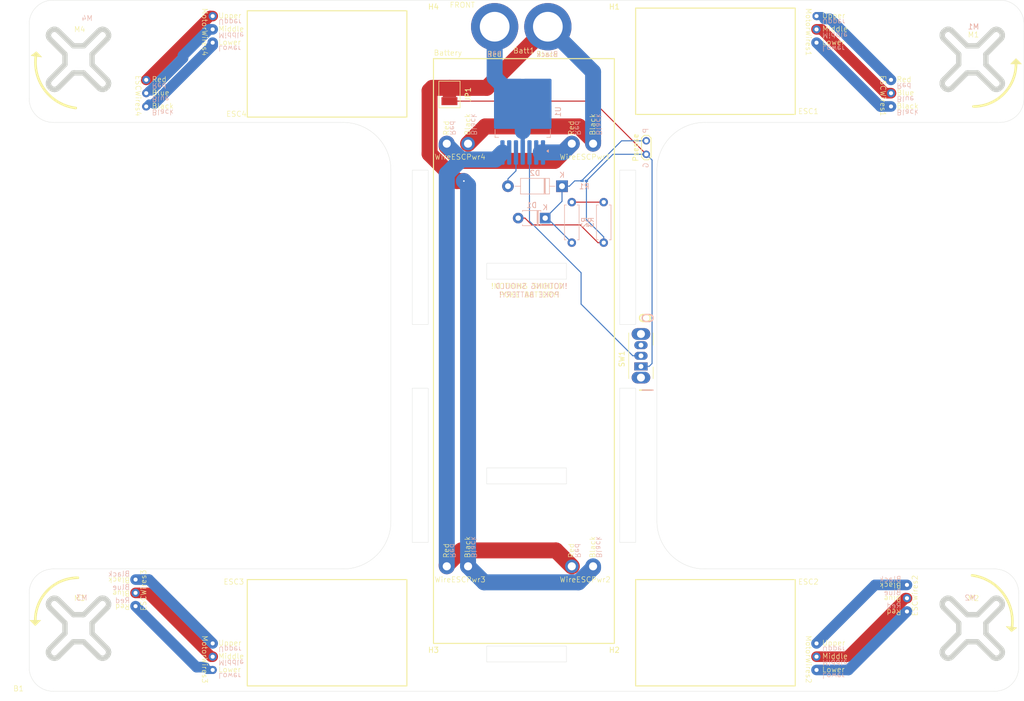
<source format=kicad_pcb>
(kicad_pcb (version 20240108) (generator "pcbnew") (generator_version "8.0")
  (layers (0 "F.Cu" signal) (31 "B.Cu" signal) (34 "B.Paste" user) (35 "F.Paste" user) (36 "B.SilkS" user "B.Silkscreen") (37 "F.SilkS" user "F.Silkscreen") (38 "B.Mask" user) (39 "F.Mask" user) (44 "Edge.Cuts" user))
  (net 0 "")
  (net 1 "/B1")
  (net 2 "/C1")
  (net 3 "/A1")
  (net 4 "/B2")
  (net 5 "/A2")
  (net 6 "/Vcc")
  (net 7 "/Vbb")
  (net 8 "/C2")
  (net 9 "GND")
  (net 10 "Net-(R2-Pad2)")
  (net 12 "/Psense")
  (net 13 "Net-(D2-A)")
  (net 14 "Net-(SW1-B)")
  (net 15 "/C3")
  (net 16 "/A3")
  (net 17 "/B3")
  (net 18 "/C4")
  (net 19 "/A4")
  (net 20 "/B4")
  (net 21 "GNDPWR")
  (footprint "lower-all:WireMotor" (layer "F.Cu") (at 222 28.5 -90)
    (property "Reference" "MotorWires1")
    (property "Value" "~")
  )
  (footprint "lower-all:WireBatt" (layer "F.Cu") (at 166.5 28)
    (property "Reference" "Batt1")
    (property "Value" "~")
  )
  (footprint "lower-all:MotorEdges" (layer "F.Cu") (at 83 141.5)
    (property "Reference" "M3")
    (property "Value" "MotorCutout")
    (fp_line (start -5.390157 -4.85287) (end -5.311519 -4.492849) (stroke (width 1)) (layer "Edge.Cuts"))
    (fp_line (start -5.378981 4.32046) (end -5.255207 4.670397) (stroke (width 1)) (layer "Edge.Cuts"))
    (fp_line (start -5.367704 3.953785) (end -5.378981 4.32046) (stroke (width 1)) (layer "Edge.Cuts"))
    (fp_line (start -5.333972 -5.216217) (end -5.390157 -4.85287) (stroke (width 1)) (layer "Edge.Cuts"))
    (fp_line (start -5.311519 -4.492849) (end -5.097828 -4.176466) (stroke (width 1)) (layer "Edge.Cuts"))
    (fp_line (start -5.255207 4.670397) (end -4.908318 5.060948) (stroke (width 1)) (layer "Edge.Cuts"))
    (fp_line (start -5.221475 3.610554) (end -5.367704 3.953785) (stroke (width 1)) (layer "Edge.Cuts"))
    (fp_line (start -5.142735 -5.54271) (end -5.333972 -5.216217) (stroke (width 1)) (layer "Edge.Cuts"))
    (fp_line (start -5.097828 -4.176466) (end -2.282613 -1.361252) (stroke (width 1)) (layer "Edge.Cuts"))
    (fp_line (start -4.985331 3.347867) (end -5.221475 3.610554) (stroke (width 1)) (layer "Edge.Cuts"))
    (fp_line (start -4.908318 5.060948) (end -4.581902 5.252134) (stroke (width 1)) (layer "Edge.Cuts"))
    (fp_line (start -4.752311 -5.889522) (end -5.142735 -5.54271) (stroke (width 1)) (layer "Edge.Cuts"))
    (fp_line (start -4.581902 5.252134) (end -4.218504 5.30837) (stroke (width 1)) (layer "Edge.Cuts"))
    (fp_line (start -4.402298 -6.013246) (end -4.752311 -5.889522) (stroke (width 1)) (layer "Edge.Cuts"))
    (fp_line (start -4.218504 5.30837) (end -3.858585 5.22963) (stroke (width 1)) (layer "Edge.Cuts"))
    (fp_line (start -4.035572 -6.002019) (end -4.402298 -6.013246) (stroke (width 1)) (layer "Edge.Cuts"))
    (fp_line (start -3.858585 5.22963) (end -3.542202 5.015939) (stroke (width 1)) (layer "Edge.Cuts"))
    (fp_line (start -3.692392 -5.855791) (end -4.035572 -6.002019) (stroke (width 1)) (layer "Edge.Cuts"))
    (fp_line (start -3.542202 5.015939) (end -0.72686 2.200724) (stroke (width 1)) (layer "Edge.Cuts"))
    (fp_line (start -3.429705 -5.619646) (end -3.692392 -5.855791) (stroke (width 1)) (layer "Edge.Cuts"))
    (fp_line (start -2.282613 -1.361252) (end -2.269355 -1.142151) (stroke (width 1)) (layer "Edge.Cuts"))
    (fp_line (start -2.269355 -1.142151) (end -2.269355 0.595924) (stroke (width 1)) (layer "Edge.Cuts"))
    (fp_line (start -2.269355 0.595924) (end -4.985331 3.347867) (stroke (width 1)) (layer "Edge.Cuts"))
    (fp_line (start -0.72686 2.200724) (end -0.507836 2.187516) (stroke (width 1)) (layer "Edge.Cuts"))
    (fp_line (start -0.677762 -2.90367) (end -3.429705 -5.619646) (stroke (width 1)) (layer "Edge.Cuts"))
    (fp_line (start -0.507836 2.187516) (end 1.230239 2.187516) (stroke (width 1)) (layer "Edge.Cuts"))
    (fp_line (start 1.060313 -2.90367) (end -0.677762 -2.90367) (stroke (width 1)) (layer "Edge.Cuts"))
    (fp_line (start 1.230239 2.187516) (end 3.982182 4.903569) (stroke (width 1)) (layer "Edge.Cuts"))
    (fp_line (start 1.279464 -2.916878) (end 1.060313 -2.90367) (stroke (width 1)) (layer "Edge.Cuts"))
    (fp_line (start 2.821832 -1.312001) (end 5.537808 -4.06402) (stroke (width 1)) (layer "Edge.Cuts"))
    (fp_line (start 2.83509 0.645098) (end 2.821832 -1.312001) (stroke (width 1)) (layer "Edge.Cuts"))
    (fp_line (start 3.982182 4.903569) (end 4.244869 5.139637) (stroke (width 1)) (layer "Edge.Cuts"))
    (fp_line (start 4.094679 -5.732092) (end 1.279464 -2.916878) (stroke (width 1)) (layer "Edge.Cuts"))
    (fp_line (start 4.244869 5.139637) (end 4.58805 5.285865) (stroke (width 1)) (layer "Edge.Cuts"))
    (fp_line (start 4.411062 -5.945783) (end 4.094679 -5.732092) (stroke (width 1)) (layer "Edge.Cuts"))
    (fp_line (start 4.58805 5.285865) (end 4.954775 5.297092) (stroke (width 1)) (layer "Edge.Cuts"))
    (fp_line (start 4.770981 -6.024523) (end 4.411062 -5.945783) (stroke (width 1)) (layer "Edge.Cuts"))
    (fp_line (start 4.954775 5.297092) (end 5.304788 5.173445) (stroke (width 1)) (layer "Edge.Cuts"))
    (fp_line (start 5.134379 -5.968288) (end 4.770981 -6.024523) (stroke (width 1)) (layer "Edge.Cuts"))
    (fp_line (start 5.304788 5.173445) (end 5.695212 4.826556) (stroke (width 1)) (layer "Edge.Cuts"))
    (fp_line (start 5.460795 -5.777101) (end 5.134379 -5.968288) (stroke (width 1)) (layer "Edge.Cuts"))
    (fp_line (start 5.537808 -4.06402) (end 5.773953 -4.326708) (stroke (width 1)) (layer "Edge.Cuts"))
    (fp_line (start 5.650305 3.460313) (end 2.83509 0.645098) (stroke (width 1)) (layer "Edge.Cuts"))
    (fp_line (start 5.695212 4.826556) (end 5.886449 4.500064) (stroke (width 1)) (layer "Edge.Cuts"))
    (fp_line (start 5.773953 -4.326708) (end 5.920181 -4.669888) (stroke (width 1)) (layer "Edge.Cuts"))
    (fp_line (start 5.807684 -5.38655) (end 5.460795 -5.777101) (stroke (width 1)) (layer "Edge.Cuts"))
    (fp_line (start 5.863996 3.776696) (end 5.650305 3.460313) (stroke (width 1)) (layer "Edge.Cuts"))
    (fp_line (start 5.886449 4.500064) (end 5.942634 4.136716) (stroke (width 1)) (layer "Edge.Cuts"))
    (fp_line (start 5.920181 -4.669888) (end 5.931458 -5.036614) (stroke (width 1)) (layer "Edge.Cuts"))
    (fp_line (start 5.931458 -5.036614) (end 5.807684 -5.38655) (stroke (width 1)) (layer "Edge.Cuts"))
    (fp_line (start 5.942634 4.136716) (end 5.863996 3.776696) (stroke (width 1)) (layer "Edge.Cuts"))
  )
  (footprint "Button_Switch_THT:SW_Slide_SPDT_Angled_CK_OS102011MA1Q" (layer "F.Cu") (at 189 91.9 90)
    (property "Reference" "SW1")
    (property "Value" "SW_SPDT")
  )
  (footprint "lower-all:WireESCPwr" (layer "F.Cu") (at 178 129.5)
    (property "Reference" "WireESCPwr2")
    (property "Value" "~")
  )
  (footprint "MountingHole:MountingHole_3.2mm_M3_ISO14580" (layer "F.Cu") (at 150 149)
    (property "Reference" "H3")
    (property "Value" "MountingHole" (hide yes))
  )
  (footprint "MountingHole:MountingHole_3.2mm_M3_ISO14580" (layer "F.Cu") (at 150 28)
    (property "Reference" "H4")
    (property "Value" "MountingHole" (hide yes))
  )
  (footprint "lower-all:MotorEdges" (layer "F.Cu") (at 251 34.5)
    (property "Reference" "M1")
    (property "Value" "MotorCutout")
    (fp_line (start -5.390157 -4.85287) (end -5.311519 -4.492849) (stroke (width 1)) (layer "Edge.Cuts"))
    (fp_line (start -5.378981 4.32046) (end -5.255207 4.670397) (stroke (width 1)) (layer "Edge.Cuts"))
    (fp_line (start -5.367704 3.953785) (end -5.378981 4.32046) (stroke (width 1)) (layer "Edge.Cuts"))
    (fp_line (start -5.333972 -5.216217) (end -5.390157 -4.85287) (stroke (width 1)) (layer "Edge.Cuts"))
    (fp_line (start -5.311519 -4.492849) (end -5.097828 -4.176466) (stroke (width 1)) (layer "Edge.Cuts"))
    (fp_line (start -5.255207 4.670397) (end -4.908318 5.060948) (stroke (width 1)) (layer "Edge.Cuts"))
    (fp_line (start -5.221475 3.610554) (end -5.367704 3.953785) (stroke (width 1)) (layer "Edge.Cuts"))
    (fp_line (start -5.142735 -5.54271) (end -5.333972 -5.216217) (stroke (width 1)) (layer "Edge.Cuts"))
    (fp_line (start -5.097828 -4.176466) (end -2.282613 -1.361252) (stroke (width 1)) (layer "Edge.Cuts"))
    (fp_line (start -4.985331 3.347867) (end -5.221475 3.610554) (stroke (width 1)) (layer "Edge.Cuts"))
    (fp_line (start -4.908318 5.060948) (end -4.581902 5.252134) (stroke (width 1)) (layer "Edge.Cuts"))
    (fp_line (start -4.752311 -5.889522) (end -5.142735 -5.54271) (stroke (width 1)) (layer "Edge.Cuts"))
    (fp_line (start -4.581902 5.252134) (end -4.218504 5.30837) (stroke (width 1)) (layer "Edge.Cuts"))
    (fp_line (start -4.402298 -6.013246) (end -4.752311 -5.889522) (stroke (width 1)) (layer "Edge.Cuts"))
    (fp_line (start -4.218504 5.30837) (end -3.858585 5.22963) (stroke (width 1)) (layer "Edge.Cuts"))
    (fp_line (start -4.035572 -6.002019) (end -4.402298 -6.013246) (stroke (width 1)) (layer "Edge.Cuts"))
    (fp_line (start -3.858585 5.22963) (end -3.542202 5.015939) (stroke (width 1)) (layer "Edge.Cuts"))
    (fp_line (start -3.692392 -5.855791) (end -4.035572 -6.002019) (stroke (width 1)) (layer "Edge.Cuts"))
    (fp_line (start -3.542202 5.015939) (end -0.72686 2.200724) (stroke (width 1)) (layer "Edge.Cuts"))
    (fp_line (start -3.429705 -5.619646) (end -3.692392 -5.855791) (stroke (width 1)) (layer "Edge.Cuts"))
    (fp_line (start -2.282613 -1.361252) (end -2.269355 -1.142151) (stroke (width 1)) (layer "Edge.Cuts"))
    (fp_line (start -2.269355 -1.142151) (end -2.269355 0.595924) (stroke (width 1)) (layer "Edge.Cuts"))
    (fp_line (start -2.269355 0.595924) (end -4.985331 3.347867) (stroke (width 1)) (layer "Edge.Cuts"))
    (fp_line (start -0.72686 2.200724) (end -0.507836 2.187516) (stroke (width 1)) (layer "Edge.Cuts"))
    (fp_line (start -0.677762 -2.90367) (end -3.429705 -5.619646) (stroke (width 1)) (layer "Edge.Cuts"))
    (fp_line (start -0.507836 2.187516) (end 1.230239 2.187516) (stroke (width 1)) (layer "Edge.Cuts"))
    (fp_line (start 1.060313 -2.90367) (end -0.677762 -2.90367) (stroke (width 1)) (layer "Edge.Cuts"))
    (fp_line (start 1.230239 2.187516) (end 3.982182 4.903569) (stroke (width 1)) (layer "Edge.Cuts"))
    (fp_line (start 1.279464 -2.916878) (end 1.060313 -2.90367) (stroke (width 1)) (layer "Edge.Cuts"))
    (fp_line (start 2.821832 -1.312001) (end 5.537808 -4.06402) (stroke (width 1)) (layer "Edge.Cuts"))
    (fp_line (start 2.83509 0.645098) (end 2.821832 -1.312001) (stroke (width 1)) (layer "Edge.Cuts"))
    (fp_line (start 3.982182 4.903569) (end 4.244869 5.139637) (stroke (width 1)) (layer "Edge.Cuts"))
    (fp_line (start 4.094679 -5.732092) (end 1.279464 -2.916878) (stroke (width 1)) (layer "Edge.Cuts"))
    (fp_line (start 4.244869 5.139637) (end 4.58805 5.285865) (stroke (width 1)) (layer "Edge.Cuts"))
    (fp_line (start 4.411062 -5.945783) (end 4.094679 -5.732092) (stroke (width 1)) (layer "Edge.Cuts"))
    (fp_line (start 4.58805 5.285865) (end 4.954775 5.297092) (stroke (width 1)) (layer "Edge.Cuts"))
    (fp_line (start 4.770981 -6.024523) (end 4.411062 -5.945783) (stroke (width 1)) (layer "Edge.Cuts"))
    (fp_line (start 4.954775 5.297092) (end 5.304788 5.173445) (stroke (width 1)) (layer "Edge.Cuts"))
    (fp_line (start 5.134379 -5.968288) (end 4.770981 -6.024523) (stroke (width 1)) (layer "Edge.Cuts"))
    (fp_line (start 5.304788 5.173445) (end 5.695212 4.826556) (stroke (width 1)) (layer "Edge.Cuts"))
    (fp_line (start 5.460795 -5.777101) (end 5.134379 -5.968288) (stroke (width 1)) (layer "Edge.Cuts"))
    (fp_line (start 5.537808 -4.06402) (end 5.773953 -4.326708) (stroke (width 1)) (layer "Edge.Cuts"))
    (fp_line (start 5.650305 3.460313) (end 2.83509 0.645098) (stroke (width 1)) (layer "Edge.Cuts"))
    (fp_line (start 5.695212 4.826556) (end 5.886449 4.500064) (stroke (width 1)) (layer "Edge.Cuts"))
    (fp_line (start 5.773953 -4.326708) (end 5.920181 -4.669888) (stroke (width 1)) (layer "Edge.Cuts"))
    (fp_line (start 5.807684 -5.38655) (end 5.460795 -5.777101) (stroke (width 1)) (layer "Edge.Cuts"))
    (fp_line (start 5.863996 3.776696) (end 5.650305 3.460313) (stroke (width 1)) (layer "Edge.Cuts"))
    (fp_line (start 5.886449 4.500064) (end 5.942634 4.136716) (stroke (width 1)) (layer "Edge.Cuts"))
    (fp_line (start 5.920181 -4.669888) (end 5.931458 -5.036614) (stroke (width 1)) (layer "Edge.Cuts"))
    (fp_line (start 5.931458 -5.036614) (end 5.807684 -5.38655) (stroke (width 1)) (layer "Edge.Cuts"))
    (fp_line (start 5.942634 4.136716) (end 5.863996 3.776696) (stroke (width 1)) (layer "Edge.Cuts"))
  )
  (footprint "lower-all:WireESCPwr" (layer "F.Cu") (at 154.5 50)
    (property "Reference" "WireESCPwr4")
    (property "Value" "~")
  )
  (footprint "lower-all:MotorEdges" (layer "F.Cu") (at 251 141.5)
    (property "Reference" "M2")
    (property "Value" "MotorCutout")
    (fp_line (start -5.390157 -4.85287) (end -5.311519 -4.492849) (stroke (width 1)) (layer "Edge.Cuts"))
    (fp_line (start -5.378981 4.32046) (end -5.255207 4.670397) (stroke (width 1)) (layer "Edge.Cuts"))
    (fp_line (start -5.367704 3.953785) (end -5.378981 4.32046) (stroke (width 1)) (layer "Edge.Cuts"))
    (fp_line (start -5.333972 -5.216217) (end -5.390157 -4.85287) (stroke (width 1)) (layer "Edge.Cuts"))
    (fp_line (start -5.311519 -4.492849) (end -5.097828 -4.176466) (stroke (width 1)) (layer "Edge.Cuts"))
    (fp_line (start -5.255207 4.670397) (end -4.908318 5.060948) (stroke (width 1)) (layer "Edge.Cuts"))
    (fp_line (start -5.221475 3.610554) (end -5.367704 3.953785) (stroke (width 1)) (layer "Edge.Cuts"))
    (fp_line (start -5.142735 -5.54271) (end -5.333972 -5.216217) (stroke (width 1)) (layer "Edge.Cuts"))
    (fp_line (start -5.097828 -4.176466) (end -2.282613 -1.361252) (stroke (width 1)) (layer "Edge.Cuts"))
    (fp_line (start -4.985331 3.347867) (end -5.221475 3.610554) (stroke (width 1)) (layer "Edge.Cuts"))
    (fp_line (start -4.908318 5.060948) (end -4.581902 5.252134) (stroke (width 1)) (layer "Edge.Cuts"))
    (fp_line (start -4.752311 -5.889522) (end -5.142735 -5.54271) (stroke (width 1)) (layer "Edge.Cuts"))
    (fp_line (start -4.581902 5.252134) (end -4.218504 5.30837) (stroke (width 1)) (layer "Edge.Cuts"))
    (fp_line (start -4.402298 -6.013246) (end -4.752311 -5.889522) (stroke (width 1)) (layer "Edge.Cuts"))
    (fp_line (start -4.218504 5.30837) (end -3.858585 5.22963) (stroke (width 1)) (layer "Edge.Cuts"))
    (fp_line (start -4.035572 -6.002019) (end -4.402298 -6.013246) (stroke (width 1)) (layer "Edge.Cuts"))
    (fp_line (start -3.858585 5.22963) (end -3.542202 5.015939) (stroke (width 1)) (layer "Edge.Cuts"))
    (fp_line (start -3.692392 -5.855791) (end -4.035572 -6.002019) (stroke (width 1)) (layer "Edge.Cuts"))
    (fp_line (start -3.542202 5.015939) (end -0.72686 2.200724) (stroke (width 1)) (layer "Edge.Cuts"))
    (fp_line (start -3.429705 -5.619646) (end -3.692392 -5.855791) (stroke (width 1)) (layer "Edge.Cuts"))
    (fp_line (start -2.282613 -1.361252) (end -2.269355 -1.142151) (stroke (width 1)) (layer "Edge.Cuts"))
    (fp_line (start -2.269355 -1.142151) (end -2.269355 0.595924) (stroke (width 1)) (layer "Edge.Cuts"))
    (fp_line (start -2.269355 0.595924) (end -4.985331 3.347867) (stroke (width 1)) (layer "Edge.Cuts"))
    (fp_line (start -0.72686 2.200724) (end -0.507836 2.187516) (stroke (width 1)) (layer "Edge.Cuts"))
    (fp_line (start -0.677762 -2.90367) (end -3.429705 -5.619646) (stroke (width 1)) (layer "Edge.Cuts"))
    (fp_line (start -0.507836 2.187516) (end 1.230239 2.187516) (stroke (width 1)) (layer "Edge.Cuts"))
    (fp_line (start 1.060313 -2.90367) (end -0.677762 -2.90367) (stroke (width 1)) (layer "Edge.Cuts"))
    (fp_line (start 1.230239 2.187516) (end 3.982182 4.903569) (stroke (width 1)) (layer "Edge.Cuts"))
    (fp_line (start 1.279464 -2.916878) (end 1.060313 -2.90367) (stroke (width 1)) (layer "Edge.Cuts"))
    (fp_line (start 2.821832 -1.312001) (end 5.537808 -4.06402) (stroke (width 1)) (layer "Edge.Cuts"))
    (fp_line (start 2.83509 0.645098) (end 2.821832 -1.312001) (stroke (width 1)) (layer "Edge.Cuts"))
    (fp_line (start 3.982182 4.903569) (end 4.244869 5.139637) (stroke (width 1)) (layer "Edge.Cuts"))
    (fp_line (start 4.094679 -5.732092) (end 1.279464 -2.916878) (stroke (width 1)) (layer "Edge.Cuts"))
    (fp_line (start 4.244869 5.139637) (end 4.58805 5.285865) (stroke (width 1)) (layer "Edge.Cuts"))
    (fp_line (start 4.411062 -5.945783) (end 4.094679 -5.732092) (stroke (width 1)) (layer "Edge.Cuts"))
    (fp_line (start 4.58805 5.285865) (end 4.954775 5.297092) (stroke (width 1)) (layer "Edge.Cuts"))
    (fp_line (start 4.770981 -6.024523) (end 4.411062 -5.945783) (stroke (width 1)) (layer "Edge.Cuts"))
    (fp_line (start 4.954775 5.297092) (end 5.304788 5.173445) (stroke (width 1)) (layer "Edge.Cuts"))
    (fp_line (start 5.134379 -5.968288) (end 4.770981 -6.024523) (stroke (width 1)) (layer "Edge.Cuts"))
    (fp_line (start 5.304788 5.173445) (end 5.695212 4.826556) (stroke (width 1)) (layer "Edge.Cuts"))
    (fp_line (start 5.460795 -5.777101) (end 5.134379 -5.968288) (stroke (width 1)) (layer "Edge.Cuts"))
    (fp_line (start 5.537808 -4.06402) (end 5.773953 -4.326708) (stroke (width 1)) (layer "Edge.Cuts"))
    (fp_line (start 5.650305 3.460313) (end 2.83509 0.645098) (stroke (width 1)) (layer "Edge.Cuts"))
    (fp_line (start 5.695212 4.826556) (end 5.886449 4.500064) (stroke (width 1)) (layer "Edge.Cuts"))
    (fp_line (start 5.773953 -4.326708) (end 5.920181 -4.669888) (stroke (width 1)) (layer "Edge.Cuts"))
    (fp_line (start 5.807684 -5.38655) (end 5.460795 -5.777101) (stroke (width 1)) (layer "Edge.Cuts"))
    (fp_line (start 5.863996 3.776696) (end 5.650305 3.460313) (stroke (width 1)) (layer "Edge.Cuts"))
    (fp_line (start 5.886449 4.500064) (end 5.942634 4.136716) (stroke (width 1)) (layer "Edge.Cuts"))
    (fp_line (start 5.920181 -4.669888) (end 5.931458 -5.036614) (stroke (width 1)) (layer "Edge.Cuts"))
    (fp_line (start 5.931458 -5.036614) (end 5.807684 -5.38655) (stroke (width 1)) (layer "Edge.Cuts"))
    (fp_line (start 5.942634 4.136716) (end 5.863996 3.776696) (stroke (width 1)) (layer "Edge.Cuts"))
  )
  (footprint "MountingHole:MountingHole_3.2mm_M3_ISO14580" (layer "F.Cu") (at 184 28)
    (property "Reference" "H1")
    (property "Value" "MountingHole" (hide yes))
  )
  (footprint "lower-all:WireESCPwr" (layer "F.Cu") (at 154.5 129.5)
    (property "Reference" "WireESCPwr3")
    (property "Value" "~")
  )
  (footprint "lower-all:WireESCPwr" (layer "F.Cu") (at 178 50)
    (property "Reference" "WireESCPwr1")
    (property "Value" "~")
  )
  (footprint "lower-all:SolderJumperLarge" (layer "F.Cu") (at 153 40.75 -90)
    (property "Reference" "JP1")
    (property "Value" "Jumper_2_Bridged" (hide yes))
  )
  (footprint "lower-all:WireESC" (layer "F.Cu") (at 96 40.5 -90)
    (property "Reference" "ESCWires4")
    (property "Value" "~")
  )
  (footprint "lower-all:WireMotor" (layer "F.Cu") (at 222 146.5 -90)
    (property "Reference" "MotorWires2")
    (property "Value" "~")
  )
  (footprint "lower-all:WireMotor" (layer "F.Cu") (at 108.5 146.5 -90)
    (property "Reference" "MotorWires3")
    (property "Value" "~")
  )
  (footprint "lower-all:MotorEdges" (layer "F.Cu") (at 83 34.5)
    (property "Reference" "M4")
    (property "Value" "MotorCutout")
    (fp_line (start -5.390157 -4.85287) (end -5.311519 -4.492849) (stroke (width 1)) (layer "Edge.Cuts"))
    (fp_line (start -5.378981 4.32046) (end -5.255207 4.670397) (stroke (width 1)) (layer "Edge.Cuts"))
    (fp_line (start -5.367704 3.953785) (end -5.378981 4.32046) (stroke (width 1)) (layer "Edge.Cuts"))
    (fp_line (start -5.333972 -5.216217) (end -5.390157 -4.85287) (stroke (width 1)) (layer "Edge.Cuts"))
    (fp_line (start -5.311519 -4.492849) (end -5.097828 -4.176466) (stroke (width 1)) (layer "Edge.Cuts"))
    (fp_line (start -5.255207 4.670397) (end -4.908318 5.060948) (stroke (width 1)) (layer "Edge.Cuts"))
    (fp_line (start -5.221475 3.610554) (end -5.367704 3.953785) (stroke (width 1)) (layer "Edge.Cuts"))
    (fp_line (start -5.142735 -5.54271) (end -5.333972 -5.216217) (stroke (width 1)) (layer "Edge.Cuts"))
    (fp_line (start -5.097828 -4.176466) (end -2.282613 -1.361252) (stroke (width 1)) (layer "Edge.Cuts"))
    (fp_line (start -4.985331 3.347867) (end -5.221475 3.610554) (stroke (width 1)) (layer "Edge.Cuts"))
    (fp_line (start -4.908318 5.060948) (end -4.581902 5.252134) (stroke (width 1)) (layer "Edge.Cuts"))
    (fp_line (start -4.752311 -5.889522) (end -5.142735 -5.54271) (stroke (width 1)) (layer "Edge.Cuts"))
    (fp_line (start -4.581902 5.252134) (end -4.218504 5.30837) (stroke (width 1)) (layer "Edge.Cuts"))
    (fp_line (start -4.402298 -6.013246) (end -4.752311 -5.889522) (stroke (width 1)) (layer "Edge.Cuts"))
    (fp_line (start -4.218504 5.30837) (end -3.858585 5.22963) (stroke (width 1)) (layer "Edge.Cuts"))
    (fp_line (start -4.035572 -6.002019) (end -4.402298 -6.013246) (stroke (width 1)) (layer "Edge.Cuts"))
    (fp_line (start -3.858585 5.22963) (end -3.542202 5.015939) (stroke (width 1)) (layer "Edge.Cuts"))
    (fp_line (start -3.692392 -5.855791) (end -4.035572 -6.002019) (stroke (width 1)) (layer "Edge.Cuts"))
    (fp_line (start -3.542202 5.015939) (end -0.72686 2.200724) (stroke (width 1)) (layer "Edge.Cuts"))
    (fp_line (start -3.429705 -5.619646) (end -3.692392 -5.855791) (stroke (width 1)) (layer "Edge.Cuts"))
    (fp_line (start -2.282613 -1.361252) (end -2.269355 -1.142151) (stroke (width 1)) (layer "Edge.Cuts"))
    (fp_line (start -2.269355 -1.142151) (end -2.269355 0.595924) (stroke (width 1)) (layer "Edge.Cuts"))
    (fp_line (start -2.269355 0.595924) (end -4.985331 3.347867) (stroke (width 1)) (layer "Edge.Cuts"))
    (fp_line (start -0.72686 2.200724) (end -0.507836 2.187516) (stroke (width 1)) (layer "Edge.Cuts"))
    (fp_line (start -0.677762 -2.90367) (end -3.429705 -5.619646) (stroke (width 1)) (layer "Edge.Cuts"))
    (fp_line (start -0.507836 2.187516) (end 1.230239 2.187516) (stroke (width 1)) (layer "Edge.Cuts"))
    (fp_line (start 1.060313 -2.90367) (end -0.677762 -2.90367) (stroke (width 1)) (layer "Edge.Cuts"))
    (fp_line (start 1.230239 2.187516) (end 3.982182 4.903569) (stroke (width 1)) (layer "Edge.Cuts"))
    (fp_line (start 1.279464 -2.916878) (end 1.060313 -2.90367) (stroke (width 1)) (layer "Edge.Cuts"))
    (fp_line (start 2.821832 -1.312001) (end 5.537808 -4.06402) (stroke (width 1)) (layer "Edge.Cuts"))
    (fp_line (start 2.83509 0.645098) (end 2.821832 -1.312001) (stroke (width 1)) (layer "Edge.Cuts"))
    (fp_line (start 3.982182 4.903569) (end 4.244869 5.139637) (stroke (width 1)) (layer "Edge.Cuts"))
    (fp_line (start 4.094679 -5.732092) (end 1.279464 -2.916878) (stroke (width 1)) (layer "Edge.Cuts"))
    (fp_line (start 4.244869 5.139637) (end 4.58805 5.285865) (stroke (width 1)) (layer "Edge.Cuts"))
    (fp_line (start 4.411062 -5.945783) (end 4.094679 -5.732092) (stroke (width 1)) (layer "Edge.Cuts"))
    (fp_line (start 4.58805 5.285865) (end 4.954775 5.297092) (stroke (width 1)) (layer "Edge.Cuts"))
    (fp_line (start 4.770981 -6.024523) (end 4.411062 -5.945783) (stroke (width 1)) (layer "Edge.Cuts"))
    (fp_line (start 4.954775 5.297092) (end 5.304788 5.173445) (stroke (width 1)) (layer "Edge.Cuts"))
    (fp_line (start 5.134379 -5.968288) (end 4.770981 -6.024523) (stroke (width 1)) (layer "Edge.Cuts"))
    (fp_line (start 5.304788 5.173445) (end 5.695212 4.826556) (stroke (width 1)) (layer "Edge.Cuts"))
    (fp_line (start 5.460795 -5.777101) (end 5.134379 -5.968288) (stroke (width 1)) (layer "Edge.Cuts"))
    (fp_line (start 5.537808 -4.06402) (end 5.773953 -4.326708) (stroke (width 1)) (layer "Edge.Cuts"))
    (fp_line (start 5.650305 3.460313) (end 2.83509 0.645098) (stroke (width 1)) (layer "Edge.Cuts"))
    (fp_line (start 5.695212 4.826556) (end 5.886449 4.500064) (stroke (width 1)) (layer "Edge.Cuts"))
    (fp_line (start 5.773953 -4.326708) (end 5.920181 -4.669888) (stroke (width 1)) (layer "Edge.Cuts"))
    (fp_line (start 5.807684 -5.38655) (end 5.460795 -5.777101) (stroke (width 1)) (layer "Edge.Cuts"))
    (fp_line (start 5.863996 3.776696) (end 5.650305 3.460313) (stroke (width 1)) (layer "Edge.Cuts"))
    (fp_line (start 5.886449 4.500064) (end 5.942634 4.136716) (stroke (width 1)) (layer "Edge.Cuts"))
    (fp_line (start 5.920181 -4.669888) (end 5.931458 -5.036614) (stroke (width 1)) (layer "Edge.Cuts"))
    (fp_line (start 5.931458 -5.036614) (end 5.807684 -5.38655) (stroke (width 1)) (layer "Edge.Cuts"))
    (fp_line (start 5.942634 4.136716) (end 5.863996 3.776696) (stroke (width 1)) (layer "Edge.Cuts"))
  )
  (footprint "lower-all:WireESC" (layer "F.Cu") (at 94 134.5 90)
    (property "Reference" "ESCWires3")
    (property "Value" "~")
  )
  (footprint "lower-all:board-outline-test" (layer "F.Cu") (at 73.9531 153)
    (property "Reference" "B1")
    (property "Value" "board-outline")
  )
  (footprint "MountingHole:MountingHole_3.2mm_M3_ISO14580" (layer "F.Cu") (at 184 149)
    (property "Reference" "H2")
    (property "Value" "MountingHole" (hide yes))
  )
  (footprint "lower-all:WireESC" (layer "F.Cu") (at 236 40.5 -90)
    (property "Reference" "ESCWires1")
    (property "Value" "~")
  )
  (footprint "TestPoint:TestPoint_2Pads_Pitch2.54mm_Drill0.8mm" (layer "F.Cu") (at 190 49.46 -90)
    (property "Reference" "TP1" (hide yes))
    (property "Value" "Psense")
  )
  (footprint "lower-all:WireESC" (layer "F.Cu") (at 239 135.5 90)
    (property "Reference" "ESCWires2")
    (property "Value" "~")
  )
  (footprint "lower-all:WireMotor" (layer "F.Cu") (at 108.5 28.5 -90)
    (property "Reference" "MotorWires4")
    (property "Value" "~")
  )
  (footprint "Resistor_SMD:R_0201_0603Metric_Pad0.64x0.40mm_HandSolder" (layer "B.Cu") (at 178.3425 57)
    (property "Reference" "R1")
    (property "Value" "510")
  )
  (footprint "Resistor_THT:R_Axial_DIN0207_L6.3mm_D2.5mm_P7.62mm_Horizontal" (layer "B.Cu") (at 176 68.62 90)
    (property "Reference" "R2")
    (property "Value" "33")
  )
  (footprint "Package_TO_SOT_SMD:TO-263-7_TabPin4" (layer "B.Cu") (at 166.775 44 90)
    (property "Reference" "U1")
    (property "Value" "BTS50080-1TMA")
  )
  (footprint "Resistor_THT:R_Axial_DIN0207_L6.3mm_D2.5mm_P7.62mm_Horizontal" (layer "B.Cu") (at 182 61 -90)
    (property "Reference" "R3")
    (property "Value" "470")
  )
  (footprint "Diode_THT:D_T-1_P5.08mm_Horizontal" (layer "B.Cu") (at 171 64 180)
    (property "Reference" "D1")
    (property "Value" "2.7V")
  )
  (footprint "Diode_THT:D_DO-41_SOD81_P10.16mm_Horizontal" (layer "B.Cu") (at 174.16 58 180)
    (property "Reference" "D2")
    (property "Value" "1N4007")
  )
  (gr_rect (start 188 132) (end 218 152) (stroke (width 0.2)) (fill none) (layer "F.SilkS"))
  (gr_arc (start 75.156854 139.656854) (mid 77.499999 133.999999) (end 83.156854 131.656854) (stroke (width 0.5)) (layer "F.SilkS"))
  (gr_poly (pts (xy 74.353997 33.446051) (xy 76.353997 33.696051) (xy 75.353997 32.696051)) (stroke (width 0.1)) (fill solid) (layer "F.SilkS"))
  (gr_poly (pts (xy 258.5 35) (xy 260.5 35) (xy 259.5 34)) (stroke (width 0.1)) (fill solid) (layer "F.SilkS"))
  (gr_poly (pts (xy 76.156854 139.656854) (xy 74.156854 139.656854) (xy 75.156854 140.656854)) (stroke (width 0.1)) (fill solid) (layer "F.SilkS"))
  (gr_rect (start 115 132) (end 145 152) (stroke (width 0.2)) (fill none) (layer "F.SilkS"))
  (gr_rect (start 115 25) (end 145 45) (stroke (width 0.2)) (fill none) (layer "F.SilkS"))
  (gr_arc (start 251.242052 131.206983) (mid 257.000019 134.499998) (end 258.742969 140.899998) (stroke (width 0.5)) (layer "F.SilkS"))
  (gr_arc (start 82.757948 43.293017) (mid 76.999999 40) (end 75.257031 33.600002) (stroke (width 0.5)) (layer "F.SilkS"))
  (gr_rect (start 150 34) (end 184 144) (stroke (width 0.2)) (fill none) (layer "F.SilkS"))
  (gr_arc (start 259.5 35) (mid 257.156854 40.656854) (end 251.5 43) (stroke (width 0.5)) (layer "F.SilkS"))
  (gr_rect (start 188 24.5) (end 218 44.5) (stroke (width 0.2)) (fill none) (layer "F.SilkS"))
  (gr_poly (pts (xy 259.646003 141.053949) (xy 257.646003 140.803949) (xy 258.646003 141.803949)) (stroke (width 0.1)) (fill solid) (layer "F.SilkS"))
  (gr_arc (start 260 148.5) (mid 258.681981 151.681981) (end 255.5 153) (stroke (width 0.05)) (layer "Edge.Cuts"))
  (gr_line (start 255.5 153) (end 78.5 153) (stroke (width 0.05)) (layer "Edge.Cuts"))
  (gr_line (start 142 121) (end 142 55) (stroke (width 0.05)) (layer "Edge.Cuts"))
  (gr_arc (start 142 121) (mid 139.363961 127.363961) (end 133 130) (stroke (width 0.05)) (layer "Edge.Cuts"))
  (gr_arc (start 133 46) (mid 139.363961 48.636039) (end 142 55) (stroke (width 0.05)) (layer "Edge.Cuts"))
  (gr_arc (start 192 55) (mid 194.636039 48.636039) (end 201 46) (stroke (width 0.05)) (layer "Edge.Cuts"))
  (gr_rect (start 160 144.5) (end 175 147.5) (stroke (width 0.05)) (fill none) (layer "Edge.Cuts"))
  (gr_arc (start 201 130) (mid 194.636039 127.363961) (end 192 121) (stroke (width 0.05)) (layer "Edge.Cuts"))
  (gr_line (start 256.5 46) (end 201 46) (stroke (width 0.05)) (layer "Edge.Cuts"))
  (gr_arc (start 74 27.5) (mid 75.318019 24.318019) (end 78.5 23) (stroke (width 0.05)) (layer "Edge.Cuts"))
  (gr_rect (start 185 55) (end 188 84) (stroke (width 0.05)) (fill none) (layer "Edge.Cuts"))
  (gr_line (start 260 134.5) (end 260 148.5) (stroke (width 0.05)) (layer "Edge.Cuts"))
  (gr_rect (start 185 96) (end 188 125) (stroke (width 0.05)) (fill none) (layer "Edge.Cuts"))
  (gr_line (start 74 148.5) (end 74 134.5) (stroke (width 0.05)) (layer "Edge.Cuts"))
  (gr_arc (start 256.5 23) (mid 259.681981 24.318019) (end 261 27.5) (stroke (width 0.05)) (layer "Edge.Cuts"))
  (gr_line (start 74 41.5) (end 74 27.5) (stroke (width 0.05)) (layer "Edge.Cuts"))
  (gr_line (start 201 130) (end 255.5 130) (stroke (width 0.05)) (layer "Edge.Cuts"))
  (gr_arc (start 78.5 46) (mid 75.318019 44.681981) (end 74 41.5) (stroke (width 0.05)) (layer "Edge.Cuts"))
  (gr_line (start 78.5 23) (end 256.5 23) (stroke (width 0.05)) (layer "Edge.Cuts"))
  (gr_arc (start 255.5 130) (mid 258.681981 131.318019) (end 260 134.5) (stroke (width 0.05)) (layer "Edge.Cuts"))
  (gr_arc (start 261 41.5) (mid 259.681981 44.681981) (end 256.5 46) (stroke (width 0.05)) (layer "Edge.Cuts"))
  (gr_rect (start 146 96) (end 149 125) (stroke (width 0.05)) (fill none) (layer "Edge.Cuts"))
  (gr_line (start 78.5 130) (end 133 130) (stroke (width 0.05)) (layer "Edge.Cuts"))
  (gr_arc (start 74 134.5) (mid 75.318019 131.318019) (end 78.5 130) (stroke (width 0.05)) (layer "Edge.Cuts"))
  (gr_rect (start 160 72.5) (end 175 75.5) (stroke (width 0.05)) (fill none) (layer "Edge.Cuts"))
  (gr_line (start 261 27.5) (end 261 41.5) (stroke (width 0.05)) (layer "Edge.Cuts"))
  (gr_line (start 133 46) (end 78.5 46) (stroke (width 0.05)) (layer "Edge.Cuts"))
  (gr_arc (start 78.5 153) (mid 75.318019 151.681981) (end 74 148.5) (stroke (width 0.05)) (layer "Edge.Cuts"))
  (gr_rect (start 146 55) (end 149 84) (stroke (width 0.05)) (fill none) (layer "Edge.Cuts"))
  (gr_rect (start 160 111) (end 175 114) (stroke (width 0.05)) (fill none) (layer "Edge.Cuts"))
  (gr_line (start 192 55) (end 192 121) (stroke (width 0.05)) (layer "Edge.Cuts"))
  (gr_text "!NOTHING SHOULD \nPOKE BATTERY!" (at 168 79 -0) (layer "B.SilkS") (effects (font (size 1 1) (thickness 0.1)) (justify bottom mirror)))
  (gr_text "G" (at 190.5 53.5 90) (layer "B.SilkS") (effects (font (size 1 1) (thickness 0.1)) (justify left bottom mirror)))
  (gr_text "M2" (at 252 136 0) (layer "B.SilkS") (effects (font (size 1 1) (thickness 0.1)) (justify left bottom mirror)))
  (gr_text "P" (at 190.5 47 90) (layer "B.SilkS") (effects (font (size 1 1) (thickness 0.1)) (justify left bottom mirror)))
  (gr_text "I" (at 189 97 -90) (layer "B.SilkS") (effects (font (size 2 2) (thickness 0.25) (bold yes)) (justify left bottom mirror)))
  (gr_text "M3" (at 85 136 0) (layer "B.SilkS") (effects (font (size 1 1) (thickness 0.1)) (justify left bottom mirror)))
  (gr_text "O" (at 189 84 -90) (layer "B.SilkS") (effects (font (size 2 2) (thickness 0.25) (bold yes)) (justify left bottom mirror)))
  (gr_text "M4" (at 86 27 0) (layer "B.SilkS") (effects (font (size 1 1) (thickness 0.1)) (justify left bottom mirror)))
  (gr_text "ESC4" (at 111 45 0) (layer "F.SilkS") (effects (font (size 1 1) (thickness 0.1)) (justify left bottom)))
  (gr_text "Battery" (at 150 33.5 0) (layer "F.SilkS") (effects (font (size 1 1) (thickness 0.1)) (justify left bottom)))
  (gr_text "!NOTHING SHOULD \nPOKE BATTERY!" (at 168 79 0) (layer "F.SilkS") (effects (font (size 1 1) (thickness 0.1)) (justify bottom)))
  (gr_text "I" (at 191 97 90) (layer "F.SilkS") (effects (font (size 2 2) (thickness 0.25) (bold yes)) (justify left bottom)))
  (gr_text "O" (at 191 84 90) (layer "F.SilkS") (effects (font (size 2 2) (thickness 0.25) (bold yes)) (justify left bottom)))
  (gr_text "ESC1" (at 218.5 44.5 0) (layer "F.SilkS") (effects (font (size 1 1) (thickness 0.1)) (justify left bottom)))
  (gr_text "ESC3" (at 110.5 133 0) (layer "F.SilkS") (effects (font (size 1 1) (thickness 0.1)) (justify left bottom)))
  (gr_text "FRONT" (at 153 24.5 0) (layer "F.SilkS") (effects (font (size 1 1) (thickness 0.1)) (justify left bottom)))
  (gr_text "ESC2" (at 218.5 133 0) (layer "F.SilkS") (effects (font (size 1 1) (thickness 0.1)) (justify left bottom)))
  (segment (start 236 40.5) (end 234.92237 40.5) (width 2) (layer "F.Cu") (net 1))
  (segment (start 222.92237 28.5) (end 222 28.5) (width 2) (layer "F.Cu") (net 1))
  (segment (start 234.92237 40.5) (end 222.92237 28.5) (width 2) (layer "F.Cu") (net 1))
  (segment (start 236 43) (end 234 43) (width 2) (layer "B.Cu") (net 2))
  (segment (start 234 43) (end 222 31) (width 2) (layer "B.Cu") (net 2))
  (segment (start 224.5378 26.5378) (end 223.519 26.5378) (width 2) (layer "B.Cu") (net 3))
  (segment (start 223.519 26.5378) (end 222.9812 26) (width 1.5238) (layer "B.Cu") (net 3))
  (segment (start 236 38) (end 224.5378 26.5378) (width 2) (layer "B.Cu") (net 3))
  (segment (start 222.9812 26) (end 222 26) (width 1.5238) (layer "B.Cu") (net 3))
  (segment (start 238.725312 135.5) (end 239 135.5) (width 2) (layer "F.Cu") (net 4))
  (segment (start 227.725312 146.5) (end 238.725312 135.5) (width 2) (layer "F.Cu") (net 4))
  (segment (start 222 146.5) (end 227.725312 146.5) (width 2) (layer "F.Cu") (net 4))
  (segment (start 228 149) (end 222 149) (width 2) (layer "B.Cu") (net 5))
  (segment (start 239 138) (end 228 149) (width 2) (layer "B.Cu") (net 5))
  (segment (start 176 50) (end 172.7592 53.2408) (width 3) (layer "F.Cu") (net 6))
  (segment (start 173.009 126.509) (end 176 129.5) (width 3) (layer "F.Cu") (net 6))
  (segment (start 152.5 129.261) (end 155.252 126.509) (width 3) (layer "F.Cu") (net 6))
  (segment (start 155.193 53.2408) (end 152.5 50.5478) (width 3) (layer "F.Cu") (net 6))
  (segment (start 172.7592 53.2408) (end 155.193 53.2408) (width 3) (layer "F.Cu") (net 6))
  (segment (start 152.5 129.5) (end 152.5 129.261) (width 3) (layer "F.Cu") (net 6))
  (segment (start 152.5 50.5478) (end 152.5 50) (width 3) (layer "F.Cu") (net 6))
  (segment (start 155.252 126.509) (end 173.009 126.509) (width 3) (layer "F.Cu") (net 6))
  (segment (start 152.5 50) (end 152.5 50.2749) (width 3) (layer "B.Cu") (net 6))
  (segment (start 170.585 51.65) (end 174.35 51.65) (width 3) (layer "B.Cu") (net 6))
  (segment (start 164.235 51.65) (end 162.965 51.65) (width 0.8014) (layer "B.Cu") (net 6))
  (segment (start 162.965 51.65) (end 161.6386 52.9764) (width 3) (layer "B.Cu") (net 6))
  (segment (start 155.2015 52.9764) (end 152.5 55.6779) (width 3) (layer "B.Cu") (net 6))
  (segment (start 161.6386 52.9764) (end 155.2015 52.9764) (width 3) (layer "B.Cu") (net 6))
  (segment (start 174.35 51.65) (end 176 50) (width 3) (layer "B.Cu") (net 6))
  (segment (start 170.1477 51.65) (end 170.585 51.65) (width 3) (layer "B.Cu") (net 6))
  (segment (start 152.5 55.6779) (end 152.5 129.5) (width 3) (layer "B.Cu") (net 6))
  (segment (start 152.5 50.2749) (end 155.2015 52.9764) (width 3) (layer "B.Cu") (net 6))
  (segment (start 170.1477 51.65) (end 169.315 51.65) (width 0.8014) (layer "B.Cu") (net 6))
  (segment (start 164 40.075) (end 161.5 37.575) (width 3) (layer "B.Cu") (net 7))
  (segment (start 166.775 42.5) (end 166.775 47.6473) (width 3) (layer "B.Cu") (net 7))
  (segment (start 166.775 47.6473) (end 166.775 51.65) (width 0.8014) (layer "B.Cu") (net 7))
  (segment (start 169.55 40.075) (end 169.55 42.5) (width 3) (layer "B.Cu") (net 7))
  (segment (start 169.55 42.5) (end 169.55 44.925) (width 3) (layer "B.Cu") (net 7))
  (segment (start 161.5 37.575) (end 161.5 28) (width 3) (layer "B.Cu") (net 7))
  (segment (start 164 40.075) (end 164 42.5) (width 3) (layer "B.Cu") (net 7))
  (segment (start 169.55 42.5) (end 166.775 42.5) (width 3) (layer "B.Cu") (net 7))
  (segment (start 166.775 42.5) (end 164 42.5) (width 3) (layer "B.Cu") (net 7))
  (segment (start 164 42.5) (end 164 44.925) (width 3) (layer "B.Cu") (net 7))
  (segment (start 233 133) (end 222 144) (width 2) (layer "B.Cu") (net 8))
  (segment (start 239 133) (end 233 133) (width 2) (layer "B.Cu") (net 8))
  (segment (start 168.4834 65.2817) (end 177.58 65.2817) (width 0.2) (layer "F.Cu") (net 9))
  (segment (start 177.58 65.2817) (end 180.9183 68.62) (width 0.2) (layer "F.Cu") (net 9))
  (segment (start 153 42) (end 180 42) (width 0.2) (layer "F.Cu") (net 9))
  (segment (start 165.92 64) (end 167.2017 64) (width 0.2) (layer "F.Cu") (net 9))
  (segment (start 167.2017 64) (end 168.4834 65.2817) (width 0.2) (layer "F.Cu") (net 9))
  (segment (start 182 68.62) (end 180.9183 68.62) (width 0.2) (layer "F.Cu") (net 9))
  (segment (start 180 42) (end 190 52) (width 0.2) (layer "F.Cu") (net 9))
  (segment (start 182 68.62) (end 182 67.5383) (width 0.2) (layer "B.Cu") (net 9))
  (segment (start 191.0863 91.3454) (end 190.5317 91.9) (width 0.2) (layer "B.Cu") (net 9))
  (segment (start 191.0863 53.0863) (end 191.0863 91.3454) (width 0.2) (layer "B.Cu") (net 9))
  (segment (start 182 67.5383) (end 178.75 64.2883) (width 0.2) (layer "B.Cu") (net 9))
  (segment (start 190 52) (end 191.0863 53.0863) (width 0.2) (layer "B.Cu") (net 9))
  (segment (start 189 91.9) (end 190.5317 91.9) (width 0.2) (layer "B.Cu") (net 9))
  (segment (start 183.75 52) (end 178.75 57) (width 0.2) (layer "B.Cu") (net 9))
  (segment (start 190 52) (end 183.75 52) (width 0.2) (layer "B.Cu") (net 9))
  (segment (start 178.75 64.2883) (end 178.75 57) (width 0.2) (layer "B.Cu") (net 9))
  (segment (start 182 61) (end 176 61) (width 0.2) (layer "F.Cu") (net 10))
  (segment (start 177.935 56.887) (end 185.362 49.46) (width 0.2) (layer "B.Cu") (net 12))
  (segment (start 185.362 49.46) (end 190 49.46) (width 0.2) (layer "B.Cu") (net 12))
  (segment (start 171 64) (end 171.19 63.81) (width 0.2) (layer "B.Cu") (net 12))
  (segment (start 175.5417 58) (end 176.5417 57) (width 0.2) (layer "B.Cu") (net 12))
  (segment (start 176 68.62) (end 171.19 63.81) (width 0.2) (layer "B.Cu") (net 12))
  (segment (start 174.16 58) (end 175.5417 58) (width 0.2) (layer "B.Cu") (net 12))
  (segment (start 176.5417 57) (end 177.935 57) (width 0.2) (layer "B.Cu") (net 12))
  (segment (start 174.16 58) (end 174.16 59.3817) (width 0.2) (layer "B.Cu") (net 12))
  (segment (start 174.16 60.84) (end 174.16 59.3817) (width 0.2) (layer "B.Cu") (net 12))
  (segment (start 171.19 63.81) (end 174.16 60.84) (width 0.2) (layer "B.Cu") (net 12))
  (segment (start 177.935 57) (end 177.935 56.887) (width 0.2) (layer "B.Cu") (net 12))
  (segment (start 165.505 55.1133) (end 165.505 51.65) (width 0.2) (layer "B.Cu") (net 13))
  (segment (start 164 58) (end 164 56.6183) (width 0.2) (layer "B.Cu") (net 13))
  (segment (start 164 56.6183) (end 165.505 55.1133) (width 0.2) (layer "B.Cu") (net 13))
  (segment (start 168.045 64.5746) (end 168.045 51.65) (width 0.2) (layer "B.Cu") (net 14))
  (segment (start 187.4683 89.9) (end 177.7467 80.1784) (width 0.2) (layer "B.Cu") (net 14))
  (segment (start 177.7467 74.2763) (end 168.045 64.5746) (width 0.2) (layer "B.Cu") (net 14))
  (segment (start 189 89.9) (end 187.4683 89.9) (width 0.2) (layer "B.Cu") (net 14))
  (segment (start 177.7467 80.1784) (end 177.7467 74.2763) (width 0.2) (layer "B.Cu") (net 14))
  (segment (start 96.5 132) (end 94 132) (width 2) (layer "B.Cu") (net 15))
  (segment (start 108.5 144) (end 96.5 132) (width 2) (layer "B.Cu") (net 15))
  (segment (start 106.9811 148.4622) (end 107.5189 149) (width 1.5238) (layer "B.Cu") (net 16))
  (segment (start 94 137) (end 105.4622 148.4622) (width 2) (layer "B.Cu") (net 16))
  (segment (start 105.4622 148.4622) (end 106.9811 148.4622) (width 2) (layer "B.Cu") (net 16))
  (segment (start 107.5189 149) (end 108.5 149) (width 1.5238) (layer "B.Cu") (net 16))
  (segment (start 96.225312 134.5) (end 108.225312 146.5) (width 2) (layer "F.Cu") (net 17))
  (segment (start 94 134.5) (end 96.225312 134.5) (width 2) (layer "F.Cu") (net 17))
  (segment (start 108.225312 146.5) (end 108.5 146.5) (width 2) (layer "F.Cu") (net 17))
  (segment (start 108.5 31.4833) (end 108.5 31) (width 2) (layer "B.Cu") (net 18))
  (segment (start 97.5211 42.4622) (end 108.5 31.4833) (width 2) (layer "B.Cu") (net 18))
  (segment (start 97.519 42.4622) (end 96.5378 42.4622) (width 1.5238) (layer "B.Cu") (net 18))
  (segment (start 96.5378 42.4622) (end 96 43) (width 1.5238) (layer "B.Cu") (net 18))
  (segment (start 97.519 42.4622) (end 97.5211 42.4622) (width 2) (layer "B.Cu") (net 18))
  (segment (start 96 38) (end 108 26) (width 2) (layer "F.Cu") (net 19))
  (segment (start 108 26) (end 108.5 26) (width 2) (layer "F.Cu") (net 19))
  (segment (start 96.5378 39.9622) (end 96 40.5) (width 1.5238) (layer "B.Cu") (net 20))
  (segment (start 108.5 28.5) (end 107.8376 28.5) (width 2) (layer "B.Cu") (net 20))
  (segment (start 97.9604 38.862) (end 97.9604 38.9093) (width 2) (layer "B.Cu") (net 20))
  (segment (start 102.909 33.9134) (end 97.9604 38.862) (width 2) (layer "B.Cu") (net 20))
  (segment (start 96.9075 39.9622) (end 96.5378 39.9622) (width 1.5238) (layer "B.Cu") (net 20))
  (segment (start 97.9604 38.9093) (end 96.9075 39.9622) (width 2) (layer "B.Cu") (net 20))
  (segment (start 102.909 33.4286) (end 102.909 33.9134) (width 2) (layer "B.Cu") (net 20))
  (segment (start 107.8376 28.5) (end 102.909 33.4286) (width 2) (layer "B.Cu") (net 20))
  (segment (start 160 39.5) (end 153 39.5) (width 3) (layer "F.Cu") (net 21))
  (segment (start 149.7983 39.5) (end 149.2712 40.0271) (width 3) (layer "F.Cu") (net 21))
  (segment (start 177.3419 46.7575) (end 159.7425 46.7575) (width 3) (layer "F.Cu") (net 21))
  (segment (start 153 39.5) (end 149.7983 39.5) (width 3) (layer "F.Cu") (net 21))
  (segment (start 149.2712 40.0271) (end 149.2712 51.9128) (width 3) (layer "F.Cu") (net 21))
  (segment (start 180 49.4156) (end 177.3419 46.7575) (width 3) (layer "F.Cu") (net 21))
  (segment (start 149.2712 51.9128) (end 154.3873 57.0289) (width 3) (layer "F.Cu") (net 21))
  (segment (start 180 50) (end 180 49.4156) (width 3) (layer "F.Cu") (net 21))
  (segment (start 159.7425 46.7575) (end 156.5 50) (width 3) (layer "F.Cu") (net 21))
  (segment (start 154.3873 57.0289) (end 155.7161 57.0289) (width 3) (layer "F.Cu") (net 21))
  (segment (start 171.5 28) (end 160 39.5) (width 3) (layer "F.Cu") (net 21))
  (via (at 155.7161 57.0289) (size 0.6) (drill 0.3) (layers "F.Cu" "B.Cu") (net 21))
  (segment (start 159.5122 132.5122) (end 177.2703 132.5122) (width 3) (layer "B.Cu") (net 21))
  (segment (start 155.7161 57.0289) (end 156.5 57.8128) (width 3) (layer "B.Cu") (net 21))
  (segment (start 156.5 129.5) (end 159.5122 132.5122) (width 3) (layer "B.Cu") (net 21))
  (segment (start 180 129.7825) (end 180 129.5) (width 3) (layer "B.Cu") (net 21))
  (segment (start 177.2703 132.5122) (end 180 129.7825) (width 3) (layer "B.Cu") (net 21))
  (segment (start 156.5 57.8128) (end 156.5 129.5) (width 3) (layer "B.Cu") (net 21))
  (segment (start 180 36.5) (end 171.5 28) (width 3) (layer "B.Cu") (net 21))
  (segment (start 180 50) (end 180 36.5) (width 3) (layer "B.Cu") (net 21))
)
</source>
